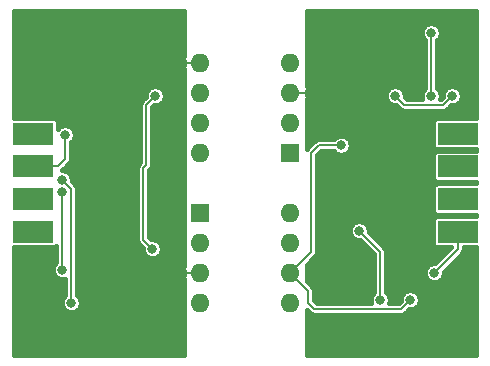
<source format=gbr>
%TF.GenerationSoftware,KiCad,Pcbnew,5.1.8*%
%TF.CreationDate,2020-11-15T10:57:14+00:00*%
%TF.ProjectId,rs232Isolator,72733233-3249-4736-9f6c-61746f722e6b,rev?*%
%TF.SameCoordinates,PX4421680PY42d7d10*%
%TF.FileFunction,Copper,L2,Bot*%
%TF.FilePolarity,Positive*%
%FSLAX46Y46*%
G04 Gerber Fmt 4.6, Leading zero omitted, Abs format (unit mm)*
G04 Created by KiCad (PCBNEW 5.1.8) date 2020-11-15 10:57:14*
%MOMM*%
%LPD*%
G01*
G04 APERTURE LIST*
%TA.AperFunction,SMDPad,CuDef*%
%ADD10R,3.480000X1.846667*%
%TD*%
%TA.AperFunction,ComponentPad*%
%ADD11O,1.600000X1.600000*%
%TD*%
%TA.AperFunction,ComponentPad*%
%ADD12R,1.600000X1.600000*%
%TD*%
%TA.AperFunction,ViaPad*%
%ADD13C,0.800000*%
%TD*%
%TA.AperFunction,Conductor*%
%ADD14C,0.200000*%
%TD*%
%TA.AperFunction,Conductor*%
%ADD15C,0.400000*%
%TD*%
%TA.AperFunction,Conductor*%
%ADD16C,0.100000*%
%TD*%
G04 APERTURE END LIST*
D10*
%TO.P,J2,9*%
%TO.N,/5V2*%
X38000000Y-19155000D03*
%TO.P,J2,8*%
%TO.N,Net-(J2-Pad8)*%
X38000000Y-16385000D03*
%TO.P,J2,7*%
%TO.N,Net-(J2-Pad7)*%
X38000000Y-13615000D03*
%TO.P,J2,6*%
%TO.N,Net-(J2-Pad6)*%
X38000000Y-10845000D03*
%TD*%
D11*
%TO.P,U3,8*%
%TO.N,/5V1*%
X16190000Y-12460000D03*
%TO.P,U3,4*%
%TO.N,N/C*%
X23810000Y-4840000D03*
%TO.P,U3,7*%
%TO.N,/5V1*%
X16190000Y-9920000D03*
%TO.P,U3,3*%
%TO.N,/Gnd2*%
X23810000Y-7380000D03*
%TO.P,U3,6*%
%TO.N,Net-(R6-Pad2)*%
X16190000Y-7380000D03*
%TO.P,U3,2*%
%TO.N,Net-(R8-Pad2)*%
X23810000Y-9920000D03*
%TO.P,U3,5*%
%TO.N,/Gnd1*%
X16190000Y-4840000D03*
D12*
%TO.P,U3,1*%
%TO.N,Net-(U3-Pad1)*%
X23810000Y-12460000D03*
%TD*%
D11*
%TO.P,U2,8*%
%TO.N,/5V2*%
X23810000Y-17540000D03*
%TO.P,U2,4*%
%TO.N,N/C*%
X16190000Y-25160000D03*
%TO.P,U2,7*%
%TO.N,/5V2*%
X23810000Y-20080000D03*
%TO.P,U2,3*%
%TO.N,/Gnd1*%
X16190000Y-22620000D03*
%TO.P,U2,6*%
%TO.N,Net-(R7-Pad2)*%
X23810000Y-22620000D03*
%TO.P,U2,2*%
%TO.N,Net-(R5-Pad2)*%
X16190000Y-20080000D03*
%TO.P,U2,5*%
%TO.N,/Gnd2*%
X23810000Y-25160000D03*
D12*
%TO.P,U2,1*%
%TO.N,Net-(U2-Pad1)*%
X16190000Y-17540000D03*
%TD*%
D10*
%TO.P,J1,9*%
%TO.N,Net-(J1-Pad9)*%
X2000000Y-19155000D03*
%TO.P,J1,8*%
%TO.N,Net-(J1-Pad8)*%
X2000000Y-16385000D03*
%TO.P,J1,7*%
%TO.N,/5V1*%
X2000000Y-13615000D03*
%TO.P,J1,6*%
%TO.N,Net-(J1-Pad6)*%
X2000000Y-10845000D03*
%TD*%
D13*
%TO.N,/Gnd1*%
X6284000Y-20588000D03*
X11110000Y-27446000D03*
X6030000Y-11444000D03*
X12126000Y-14365000D03*
X10856000Y-13095000D03*
%TO.N,/5V1*%
X4760000Y-10936000D03*
%TO.N,/Gnd2*%
X26350000Y-24906000D03*
X28890000Y-24906000D03*
X28890000Y-18175000D03*
X35494000Y-20588000D03*
X28890000Y-5094000D03*
%TO.N,/5V2*%
X36002000Y-22620000D03*
%TO.N,Net-(C8-Pad2)*%
X31430000Y-24906000D03*
X29652000Y-19064000D03*
%TO.N,Net-(J1-Pad3)*%
X4506000Y-22366000D03*
X4506000Y-15762000D03*
%TO.N,Net-(J1-Pad2)*%
X5268000Y-25160000D03*
X4506000Y-14746000D03*
%TO.N,Net-(J2-Pad2)*%
X35748000Y-2300000D03*
X35748000Y-7634000D03*
%TO.N,Net-(R6-Pad2)*%
X12126000Y-20588000D03*
X12380000Y-7634000D03*
%TO.N,Net-(R7-Pad2)*%
X28128000Y-11825000D03*
X33970000Y-24906000D03*
%TO.N,/Tx2*%
X32700000Y-7634000D03*
X37526000Y-7634000D03*
%TD*%
D14*
%TO.N,/Gnd1*%
X11110000Y-25414000D02*
X11110000Y-27446000D01*
X6284000Y-20588000D02*
X11110000Y-25414000D01*
X13904000Y-22620000D02*
X11110000Y-25414000D01*
X16190000Y-22620000D02*
X13904000Y-22620000D01*
X13650000Y-22366000D02*
X13904000Y-22620000D01*
X13650000Y-15000000D02*
X13650000Y-22366000D01*
X12126000Y-14365000D02*
X12761000Y-15000000D01*
X12761000Y-15000000D02*
X13650000Y-15000000D01*
X7681000Y-13095000D02*
X6030000Y-11444000D01*
X10856000Y-13095000D02*
X7681000Y-13095000D01*
X10856000Y-16016000D02*
X6284000Y-20588000D01*
X10856000Y-13095000D02*
X10856000Y-16016000D01*
X10856000Y-13095000D02*
X10856000Y-7380000D01*
X13396000Y-4840000D02*
X16190000Y-4840000D01*
X10856000Y-7380000D02*
X13396000Y-4840000D01*
%TO.N,/5V1*%
X4113000Y-13615000D02*
X2000000Y-13615000D01*
X4760000Y-12968000D02*
X4113000Y-13615000D01*
X4760000Y-10936000D02*
X4760000Y-12968000D01*
%TO.N,/Gnd2*%
X28890000Y-24906000D02*
X28890000Y-18175000D01*
X26350000Y-24906000D02*
X28890000Y-24906000D01*
X33081000Y-18175000D02*
X28890000Y-18175000D01*
X35494000Y-20588000D02*
X33081000Y-18175000D01*
X28890000Y-18175000D02*
X28890000Y-5094000D01*
X26604000Y-7380000D02*
X28890000Y-5094000D01*
X23810000Y-7380000D02*
X26604000Y-7380000D01*
%TO.N,/5V2*%
X38000000Y-20622000D02*
X38000000Y-19155000D01*
X36002000Y-22620000D02*
X38000000Y-20622000D01*
%TO.N,Net-(C8-Pad2)*%
X31430000Y-20842000D02*
X29652000Y-19064000D01*
X31430000Y-24906000D02*
X31430000Y-20842000D01*
%TO.N,Net-(J1-Pad3)*%
X4506000Y-15762000D02*
X4506000Y-22366000D01*
%TO.N,Net-(J1-Pad2)*%
X5268000Y-15508000D02*
X5268000Y-25160000D01*
X4506000Y-14746000D02*
X5268000Y-15508000D01*
%TO.N,Net-(J2-Pad2)*%
X35748000Y-7634000D02*
X35748000Y-2300000D01*
%TO.N,Net-(R6-Pad2)*%
X12126000Y-7888000D02*
X12380000Y-7634000D01*
X11618000Y-8396000D02*
X12380000Y-7634000D01*
X11618000Y-8396000D02*
X11618000Y-13476000D01*
X11618000Y-13476000D02*
X11364000Y-13730000D01*
X11364000Y-19826000D02*
X12126000Y-20588000D01*
X11364000Y-13730000D02*
X11364000Y-19826000D01*
%TO.N,Net-(R7-Pad2)*%
X28128000Y-11825000D02*
X26223000Y-11825000D01*
X26223000Y-11825000D02*
X25588000Y-12460000D01*
X25588000Y-20842000D02*
X23810000Y-22620000D01*
X25588000Y-12460000D02*
X25588000Y-20842000D01*
X25080000Y-23890000D02*
X23810000Y-22620000D01*
X25334000Y-24144000D02*
X25080000Y-23890000D01*
X25334000Y-25160000D02*
X25334000Y-24144000D01*
X25842000Y-25668000D02*
X25334000Y-25160000D01*
X33208000Y-25668000D02*
X25842000Y-25668000D01*
X33970000Y-24906000D02*
X33208000Y-25668000D01*
%TO.N,/Tx2*%
X36764000Y-8396000D02*
X37526000Y-7634000D01*
X33462000Y-8396000D02*
X36764000Y-8396000D01*
X32700000Y-7634000D02*
X33462000Y-8396000D01*
%TD*%
D15*
%TO.N,/Gnd1*%
X14800000Y-4255857D02*
X14798789Y-4258104D01*
X14711998Y-4540697D01*
X14709969Y-4550913D01*
X14800000Y-4691894D01*
X14800000Y-4988106D01*
X14709969Y-5129087D01*
X14711998Y-5139303D01*
X14798789Y-5421896D01*
X14800000Y-5424143D01*
X14800000Y-22035857D01*
X14798789Y-22038104D01*
X14711998Y-22320697D01*
X14709969Y-22330913D01*
X14800000Y-22471894D01*
X14800000Y-22768106D01*
X14709969Y-22909087D01*
X14711998Y-22919303D01*
X14798789Y-23201896D01*
X14800000Y-23204143D01*
X14800000Y-29575000D01*
X425000Y-29575000D01*
X425000Y-20480268D01*
X3740000Y-20480268D01*
X3818414Y-20472545D01*
X3893814Y-20449673D01*
X3963303Y-20412530D01*
X4006001Y-20377489D01*
X4006001Y-21737937D01*
X3996030Y-21744599D01*
X3884599Y-21856030D01*
X3797049Y-21987058D01*
X3736743Y-22132649D01*
X3706000Y-22287207D01*
X3706000Y-22444793D01*
X3736743Y-22599351D01*
X3797049Y-22744942D01*
X3884599Y-22875970D01*
X3996030Y-22987401D01*
X4127058Y-23074951D01*
X4272649Y-23135257D01*
X4427207Y-23166000D01*
X4584793Y-23166000D01*
X4739351Y-23135257D01*
X4768001Y-23123390D01*
X4768001Y-24531937D01*
X4758030Y-24538599D01*
X4646599Y-24650030D01*
X4559049Y-24781058D01*
X4498743Y-24926649D01*
X4468000Y-25081207D01*
X4468000Y-25238793D01*
X4498743Y-25393351D01*
X4559049Y-25538942D01*
X4646599Y-25669970D01*
X4758030Y-25781401D01*
X4889058Y-25868951D01*
X5034649Y-25929257D01*
X5189207Y-25960000D01*
X5346793Y-25960000D01*
X5501351Y-25929257D01*
X5646942Y-25868951D01*
X5777970Y-25781401D01*
X5889401Y-25669970D01*
X5976951Y-25538942D01*
X6037257Y-25393351D01*
X6068000Y-25238793D01*
X6068000Y-25081207D01*
X6037257Y-24926649D01*
X5976951Y-24781058D01*
X5889401Y-24650030D01*
X5777970Y-24538599D01*
X5768000Y-24531937D01*
X5768000Y-15532560D01*
X5770419Y-15508000D01*
X5760765Y-15409983D01*
X5759780Y-15406736D01*
X5732175Y-15315733D01*
X5685746Y-15228871D01*
X5623264Y-15152736D01*
X5604187Y-15137080D01*
X5303661Y-14836554D01*
X5306000Y-14824793D01*
X5306000Y-14667207D01*
X5275257Y-14512649D01*
X5214951Y-14367058D01*
X5127401Y-14236030D01*
X5015970Y-14124599D01*
X4884942Y-14037049D01*
X4739351Y-13976743D01*
X4584793Y-13946000D01*
X4489105Y-13946000D01*
X4705105Y-13730000D01*
X10861581Y-13730000D01*
X10864000Y-13754560D01*
X10864001Y-19801430D01*
X10861581Y-19826000D01*
X10871235Y-19924017D01*
X10899826Y-20018267D01*
X10946255Y-20105129D01*
X11008737Y-20181264D01*
X11027819Y-20196924D01*
X11328340Y-20497445D01*
X11326000Y-20509207D01*
X11326000Y-20666793D01*
X11356743Y-20821351D01*
X11417049Y-20966942D01*
X11504599Y-21097970D01*
X11616030Y-21209401D01*
X11747058Y-21296951D01*
X11892649Y-21357257D01*
X12047207Y-21388000D01*
X12204793Y-21388000D01*
X12359351Y-21357257D01*
X12504942Y-21296951D01*
X12635970Y-21209401D01*
X12747401Y-21097970D01*
X12834951Y-20966942D01*
X12895257Y-20821351D01*
X12926000Y-20666793D01*
X12926000Y-20509207D01*
X12895257Y-20354649D01*
X12834951Y-20209058D01*
X12747401Y-20078030D01*
X12635970Y-19966599D01*
X12504942Y-19879049D01*
X12359351Y-19818743D01*
X12204793Y-19788000D01*
X12047207Y-19788000D01*
X12035445Y-19790340D01*
X11864000Y-19618895D01*
X11864000Y-13937106D01*
X11954181Y-13846925D01*
X11973264Y-13831264D01*
X12035746Y-13755129D01*
X12082175Y-13668267D01*
X12110765Y-13574017D01*
X12118000Y-13500560D01*
X12118000Y-13500551D01*
X12120418Y-13476001D01*
X12118000Y-13451451D01*
X12118000Y-8603105D01*
X12289445Y-8431660D01*
X12301207Y-8434000D01*
X12458793Y-8434000D01*
X12613351Y-8403257D01*
X12758942Y-8342951D01*
X12889970Y-8255401D01*
X13001401Y-8143970D01*
X13088951Y-8012942D01*
X13149257Y-7867351D01*
X13180000Y-7712793D01*
X13180000Y-7555207D01*
X13149257Y-7400649D01*
X13088951Y-7255058D01*
X13001401Y-7124030D01*
X12889970Y-7012599D01*
X12758942Y-6925049D01*
X12613351Y-6864743D01*
X12458793Y-6834000D01*
X12301207Y-6834000D01*
X12146649Y-6864743D01*
X12001058Y-6925049D01*
X11870030Y-7012599D01*
X11758599Y-7124030D01*
X11671049Y-7255058D01*
X11610743Y-7400649D01*
X11580000Y-7555207D01*
X11580000Y-7712793D01*
X11582340Y-7724555D01*
X11281824Y-8025071D01*
X11262736Y-8040736D01*
X11200254Y-8116871D01*
X11153825Y-8203734D01*
X11141834Y-8243263D01*
X11125235Y-8297983D01*
X11115581Y-8396000D01*
X11118000Y-8420560D01*
X11118001Y-13268894D01*
X11027823Y-13359071D01*
X11008736Y-13374736D01*
X10946254Y-13450871D01*
X10899825Y-13537734D01*
X10888819Y-13574017D01*
X10871235Y-13631983D01*
X10861581Y-13730000D01*
X4705105Y-13730000D01*
X5096181Y-13338925D01*
X5115264Y-13323264D01*
X5177746Y-13247129D01*
X5224175Y-13160267D01*
X5252765Y-13066017D01*
X5260000Y-12992560D01*
X5260000Y-12992559D01*
X5262419Y-12968001D01*
X5260000Y-12943443D01*
X5260000Y-11564063D01*
X5269970Y-11557401D01*
X5381401Y-11445970D01*
X5468951Y-11314942D01*
X5529257Y-11169351D01*
X5560000Y-11014793D01*
X5560000Y-10857207D01*
X5529257Y-10702649D01*
X5468951Y-10557058D01*
X5381401Y-10426030D01*
X5269970Y-10314599D01*
X5138942Y-10227049D01*
X4993351Y-10166743D01*
X4838793Y-10136000D01*
X4681207Y-10136000D01*
X4526649Y-10166743D01*
X4381058Y-10227049D01*
X4250030Y-10314599D01*
X4141935Y-10422694D01*
X4141935Y-9921667D01*
X4134212Y-9843253D01*
X4111340Y-9767853D01*
X4074197Y-9698364D01*
X4024211Y-9637456D01*
X3963303Y-9587470D01*
X3893814Y-9550327D01*
X3818414Y-9527455D01*
X3740000Y-9519732D01*
X425000Y-9519732D01*
X425000Y-425000D01*
X14800000Y-425000D01*
X14800000Y-4255857D01*
%TA.AperFunction,Conductor*%
D16*
G36*
X14800000Y-4255857D02*
G01*
X14798789Y-4258104D01*
X14711998Y-4540697D01*
X14709969Y-4550913D01*
X14800000Y-4691894D01*
X14800000Y-4988106D01*
X14709969Y-5129087D01*
X14711998Y-5139303D01*
X14798789Y-5421896D01*
X14800000Y-5424143D01*
X14800000Y-22035857D01*
X14798789Y-22038104D01*
X14711998Y-22320697D01*
X14709969Y-22330913D01*
X14800000Y-22471894D01*
X14800000Y-22768106D01*
X14709969Y-22909087D01*
X14711998Y-22919303D01*
X14798789Y-23201896D01*
X14800000Y-23204143D01*
X14800000Y-29575000D01*
X425000Y-29575000D01*
X425000Y-20480268D01*
X3740000Y-20480268D01*
X3818414Y-20472545D01*
X3893814Y-20449673D01*
X3963303Y-20412530D01*
X4006001Y-20377489D01*
X4006001Y-21737937D01*
X3996030Y-21744599D01*
X3884599Y-21856030D01*
X3797049Y-21987058D01*
X3736743Y-22132649D01*
X3706000Y-22287207D01*
X3706000Y-22444793D01*
X3736743Y-22599351D01*
X3797049Y-22744942D01*
X3884599Y-22875970D01*
X3996030Y-22987401D01*
X4127058Y-23074951D01*
X4272649Y-23135257D01*
X4427207Y-23166000D01*
X4584793Y-23166000D01*
X4739351Y-23135257D01*
X4768001Y-23123390D01*
X4768001Y-24531937D01*
X4758030Y-24538599D01*
X4646599Y-24650030D01*
X4559049Y-24781058D01*
X4498743Y-24926649D01*
X4468000Y-25081207D01*
X4468000Y-25238793D01*
X4498743Y-25393351D01*
X4559049Y-25538942D01*
X4646599Y-25669970D01*
X4758030Y-25781401D01*
X4889058Y-25868951D01*
X5034649Y-25929257D01*
X5189207Y-25960000D01*
X5346793Y-25960000D01*
X5501351Y-25929257D01*
X5646942Y-25868951D01*
X5777970Y-25781401D01*
X5889401Y-25669970D01*
X5976951Y-25538942D01*
X6037257Y-25393351D01*
X6068000Y-25238793D01*
X6068000Y-25081207D01*
X6037257Y-24926649D01*
X5976951Y-24781058D01*
X5889401Y-24650030D01*
X5777970Y-24538599D01*
X5768000Y-24531937D01*
X5768000Y-15532560D01*
X5770419Y-15508000D01*
X5760765Y-15409983D01*
X5759780Y-15406736D01*
X5732175Y-15315733D01*
X5685746Y-15228871D01*
X5623264Y-15152736D01*
X5604187Y-15137080D01*
X5303661Y-14836554D01*
X5306000Y-14824793D01*
X5306000Y-14667207D01*
X5275257Y-14512649D01*
X5214951Y-14367058D01*
X5127401Y-14236030D01*
X5015970Y-14124599D01*
X4884942Y-14037049D01*
X4739351Y-13976743D01*
X4584793Y-13946000D01*
X4489105Y-13946000D01*
X4705105Y-13730000D01*
X10861581Y-13730000D01*
X10864000Y-13754560D01*
X10864001Y-19801430D01*
X10861581Y-19826000D01*
X10871235Y-19924017D01*
X10899826Y-20018267D01*
X10946255Y-20105129D01*
X11008737Y-20181264D01*
X11027819Y-20196924D01*
X11328340Y-20497445D01*
X11326000Y-20509207D01*
X11326000Y-20666793D01*
X11356743Y-20821351D01*
X11417049Y-20966942D01*
X11504599Y-21097970D01*
X11616030Y-21209401D01*
X11747058Y-21296951D01*
X11892649Y-21357257D01*
X12047207Y-21388000D01*
X12204793Y-21388000D01*
X12359351Y-21357257D01*
X12504942Y-21296951D01*
X12635970Y-21209401D01*
X12747401Y-21097970D01*
X12834951Y-20966942D01*
X12895257Y-20821351D01*
X12926000Y-20666793D01*
X12926000Y-20509207D01*
X12895257Y-20354649D01*
X12834951Y-20209058D01*
X12747401Y-20078030D01*
X12635970Y-19966599D01*
X12504942Y-19879049D01*
X12359351Y-19818743D01*
X12204793Y-19788000D01*
X12047207Y-19788000D01*
X12035445Y-19790340D01*
X11864000Y-19618895D01*
X11864000Y-13937106D01*
X11954181Y-13846925D01*
X11973264Y-13831264D01*
X12035746Y-13755129D01*
X12082175Y-13668267D01*
X12110765Y-13574017D01*
X12118000Y-13500560D01*
X12118000Y-13500551D01*
X12120418Y-13476001D01*
X12118000Y-13451451D01*
X12118000Y-8603105D01*
X12289445Y-8431660D01*
X12301207Y-8434000D01*
X12458793Y-8434000D01*
X12613351Y-8403257D01*
X12758942Y-8342951D01*
X12889970Y-8255401D01*
X13001401Y-8143970D01*
X13088951Y-8012942D01*
X13149257Y-7867351D01*
X13180000Y-7712793D01*
X13180000Y-7555207D01*
X13149257Y-7400649D01*
X13088951Y-7255058D01*
X13001401Y-7124030D01*
X12889970Y-7012599D01*
X12758942Y-6925049D01*
X12613351Y-6864743D01*
X12458793Y-6834000D01*
X12301207Y-6834000D01*
X12146649Y-6864743D01*
X12001058Y-6925049D01*
X11870030Y-7012599D01*
X11758599Y-7124030D01*
X11671049Y-7255058D01*
X11610743Y-7400649D01*
X11580000Y-7555207D01*
X11580000Y-7712793D01*
X11582340Y-7724555D01*
X11281824Y-8025071D01*
X11262736Y-8040736D01*
X11200254Y-8116871D01*
X11153825Y-8203734D01*
X11141834Y-8243263D01*
X11125235Y-8297983D01*
X11115581Y-8396000D01*
X11118000Y-8420560D01*
X11118001Y-13268894D01*
X11027823Y-13359071D01*
X11008736Y-13374736D01*
X10946254Y-13450871D01*
X10899825Y-13537734D01*
X10888819Y-13574017D01*
X10871235Y-13631983D01*
X10861581Y-13730000D01*
X4705105Y-13730000D01*
X5096181Y-13338925D01*
X5115264Y-13323264D01*
X5177746Y-13247129D01*
X5224175Y-13160267D01*
X5252765Y-13066017D01*
X5260000Y-12992560D01*
X5260000Y-12992559D01*
X5262419Y-12968001D01*
X5260000Y-12943443D01*
X5260000Y-11564063D01*
X5269970Y-11557401D01*
X5381401Y-11445970D01*
X5468951Y-11314942D01*
X5529257Y-11169351D01*
X5560000Y-11014793D01*
X5560000Y-10857207D01*
X5529257Y-10702649D01*
X5468951Y-10557058D01*
X5381401Y-10426030D01*
X5269970Y-10314599D01*
X5138942Y-10227049D01*
X4993351Y-10166743D01*
X4838793Y-10136000D01*
X4681207Y-10136000D01*
X4526649Y-10166743D01*
X4381058Y-10227049D01*
X4250030Y-10314599D01*
X4141935Y-10422694D01*
X4141935Y-9921667D01*
X4134212Y-9843253D01*
X4111340Y-9767853D01*
X4074197Y-9698364D01*
X4024211Y-9637456D01*
X3963303Y-9587470D01*
X3893814Y-9550327D01*
X3818414Y-9527455D01*
X3740000Y-9519732D01*
X425000Y-9519732D01*
X425000Y-425000D01*
X14800000Y-425000D01*
X14800000Y-4255857D01*
G37*
%TD.AperFunction*%
%TD*%
D15*
%TO.N,/Gnd2*%
X39575000Y-9519732D02*
X36260000Y-9519732D01*
X36181586Y-9527455D01*
X36106186Y-9550327D01*
X36036697Y-9587470D01*
X35975789Y-9637456D01*
X35925803Y-9698364D01*
X35888660Y-9767853D01*
X35865788Y-9843253D01*
X35858065Y-9921667D01*
X35858065Y-11768333D01*
X35865788Y-11846747D01*
X35888660Y-11922147D01*
X35925803Y-11991636D01*
X35975789Y-12052544D01*
X36036697Y-12102530D01*
X36106186Y-12139673D01*
X36181586Y-12162545D01*
X36260000Y-12170268D01*
X39575000Y-12170268D01*
X39575000Y-12289732D01*
X36260000Y-12289732D01*
X36181586Y-12297455D01*
X36106186Y-12320327D01*
X36036697Y-12357470D01*
X35975789Y-12407456D01*
X35925803Y-12468364D01*
X35888660Y-12537853D01*
X35865788Y-12613253D01*
X35858065Y-12691667D01*
X35858065Y-14538333D01*
X35865788Y-14616747D01*
X35888660Y-14692147D01*
X35925803Y-14761636D01*
X35975789Y-14822544D01*
X36036697Y-14872530D01*
X36106186Y-14909673D01*
X36181586Y-14932545D01*
X36260000Y-14940268D01*
X39575000Y-14940268D01*
X39575001Y-15059732D01*
X36260000Y-15059732D01*
X36181586Y-15067455D01*
X36106186Y-15090327D01*
X36036697Y-15127470D01*
X35975789Y-15177456D01*
X35925803Y-15238364D01*
X35888660Y-15307853D01*
X35865788Y-15383253D01*
X35858065Y-15461667D01*
X35858065Y-17308333D01*
X35865788Y-17386747D01*
X35888660Y-17462147D01*
X35925803Y-17531636D01*
X35975789Y-17592544D01*
X36036697Y-17642530D01*
X36106186Y-17679673D01*
X36181586Y-17702545D01*
X36260000Y-17710268D01*
X39575001Y-17710268D01*
X39575001Y-17829732D01*
X36260000Y-17829732D01*
X36181586Y-17837455D01*
X36106186Y-17860327D01*
X36036697Y-17897470D01*
X35975789Y-17947456D01*
X35925803Y-18008364D01*
X35888660Y-18077853D01*
X35865788Y-18153253D01*
X35858065Y-18231667D01*
X35858065Y-20078333D01*
X35865788Y-20156747D01*
X35888660Y-20232147D01*
X35925803Y-20301636D01*
X35975789Y-20362544D01*
X36036697Y-20412530D01*
X36106186Y-20449673D01*
X36181586Y-20472545D01*
X36260000Y-20480268D01*
X37434625Y-20480268D01*
X36092555Y-21822340D01*
X36080793Y-21820000D01*
X35923207Y-21820000D01*
X35768649Y-21850743D01*
X35623058Y-21911049D01*
X35492030Y-21998599D01*
X35380599Y-22110030D01*
X35293049Y-22241058D01*
X35232743Y-22386649D01*
X35202000Y-22541207D01*
X35202000Y-22698793D01*
X35232743Y-22853351D01*
X35293049Y-22998942D01*
X35380599Y-23129970D01*
X35492030Y-23241401D01*
X35623058Y-23328951D01*
X35768649Y-23389257D01*
X35923207Y-23420000D01*
X36080793Y-23420000D01*
X36235351Y-23389257D01*
X36380942Y-23328951D01*
X36511970Y-23241401D01*
X36623401Y-23129970D01*
X36710951Y-22998942D01*
X36771257Y-22853351D01*
X36802000Y-22698793D01*
X36802000Y-22541207D01*
X36799660Y-22529445D01*
X38336187Y-20992920D01*
X38355264Y-20977264D01*
X38417746Y-20901129D01*
X38464175Y-20814267D01*
X38492765Y-20720017D01*
X38499688Y-20649732D01*
X38502419Y-20622000D01*
X38500000Y-20597440D01*
X38500000Y-20480268D01*
X39575001Y-20480268D01*
X39575001Y-29575000D01*
X25200000Y-29575000D01*
X25200000Y-25744143D01*
X25201211Y-25741896D01*
X25202992Y-25736098D01*
X25471079Y-26004186D01*
X25486736Y-26023264D01*
X25562871Y-26085746D01*
X25649733Y-26132175D01*
X25743983Y-26160765D01*
X25817440Y-26168000D01*
X25817449Y-26168000D01*
X25841999Y-26170418D01*
X25866549Y-26168000D01*
X33183440Y-26168000D01*
X33208000Y-26170419D01*
X33232560Y-26168000D01*
X33306017Y-26160765D01*
X33400267Y-26132175D01*
X33487129Y-26085746D01*
X33563264Y-26023264D01*
X33578929Y-26004176D01*
X33879445Y-25703660D01*
X33891207Y-25706000D01*
X34048793Y-25706000D01*
X34203351Y-25675257D01*
X34348942Y-25614951D01*
X34479970Y-25527401D01*
X34591401Y-25415970D01*
X34678951Y-25284942D01*
X34739257Y-25139351D01*
X34770000Y-24984793D01*
X34770000Y-24827207D01*
X34739257Y-24672649D01*
X34678951Y-24527058D01*
X34591401Y-24396030D01*
X34479970Y-24284599D01*
X34348942Y-24197049D01*
X34203351Y-24136743D01*
X34048793Y-24106000D01*
X33891207Y-24106000D01*
X33736649Y-24136743D01*
X33591058Y-24197049D01*
X33460030Y-24284599D01*
X33348599Y-24396030D01*
X33261049Y-24527058D01*
X33200743Y-24672649D01*
X33170000Y-24827207D01*
X33170000Y-24984793D01*
X33172340Y-24996555D01*
X33000895Y-25168000D01*
X32187390Y-25168000D01*
X32199257Y-25139351D01*
X32230000Y-24984793D01*
X32230000Y-24827207D01*
X32199257Y-24672649D01*
X32138951Y-24527058D01*
X32051401Y-24396030D01*
X31939970Y-24284599D01*
X31930000Y-24277937D01*
X31930000Y-20866560D01*
X31932419Y-20842000D01*
X31922765Y-20743983D01*
X31915495Y-20720016D01*
X31894175Y-20649733D01*
X31847746Y-20562871D01*
X31785264Y-20486736D01*
X31766187Y-20471080D01*
X30449660Y-19154555D01*
X30452000Y-19142793D01*
X30452000Y-18985207D01*
X30421257Y-18830649D01*
X30360951Y-18685058D01*
X30273401Y-18554030D01*
X30161970Y-18442599D01*
X30030942Y-18355049D01*
X29885351Y-18294743D01*
X29730793Y-18264000D01*
X29573207Y-18264000D01*
X29418649Y-18294743D01*
X29273058Y-18355049D01*
X29142030Y-18442599D01*
X29030599Y-18554030D01*
X28943049Y-18685058D01*
X28882743Y-18830649D01*
X28852000Y-18985207D01*
X28852000Y-19142793D01*
X28882743Y-19297351D01*
X28943049Y-19442942D01*
X29030599Y-19573970D01*
X29142030Y-19685401D01*
X29273058Y-19772951D01*
X29418649Y-19833257D01*
X29573207Y-19864000D01*
X29730793Y-19864000D01*
X29742555Y-19861660D01*
X30930001Y-21049108D01*
X30930000Y-24277937D01*
X30920030Y-24284599D01*
X30808599Y-24396030D01*
X30721049Y-24527058D01*
X30660743Y-24672649D01*
X30630000Y-24827207D01*
X30630000Y-24984793D01*
X30660743Y-25139351D01*
X30672610Y-25168000D01*
X26049106Y-25168000D01*
X25834000Y-24952894D01*
X25834000Y-24168549D01*
X25836418Y-24143999D01*
X25834000Y-24119449D01*
X25834000Y-24119440D01*
X25826765Y-24045983D01*
X25798175Y-23951733D01*
X25751746Y-23864871D01*
X25689264Y-23788736D01*
X25670181Y-23773075D01*
X25450928Y-23553822D01*
X25450919Y-23553812D01*
X25200000Y-23302893D01*
X25200000Y-21937106D01*
X25924187Y-21212920D01*
X25943264Y-21197264D01*
X26005746Y-21121129D01*
X26052175Y-21034267D01*
X26080765Y-20940017D01*
X26088000Y-20866560D01*
X26090419Y-20842000D01*
X26088000Y-20817440D01*
X26088000Y-12667105D01*
X26430107Y-12325000D01*
X27499937Y-12325000D01*
X27506599Y-12334970D01*
X27618030Y-12446401D01*
X27749058Y-12533951D01*
X27894649Y-12594257D01*
X28049207Y-12625000D01*
X28206793Y-12625000D01*
X28361351Y-12594257D01*
X28506942Y-12533951D01*
X28637970Y-12446401D01*
X28749401Y-12334970D01*
X28836951Y-12203942D01*
X28897257Y-12058351D01*
X28928000Y-11903793D01*
X28928000Y-11746207D01*
X28897257Y-11591649D01*
X28836951Y-11446058D01*
X28749401Y-11315030D01*
X28637970Y-11203599D01*
X28506942Y-11116049D01*
X28361351Y-11055743D01*
X28206793Y-11025000D01*
X28049207Y-11025000D01*
X27894649Y-11055743D01*
X27749058Y-11116049D01*
X27618030Y-11203599D01*
X27506599Y-11315030D01*
X27499937Y-11325000D01*
X26247560Y-11325000D01*
X26223000Y-11322581D01*
X26198440Y-11325000D01*
X26124983Y-11332235D01*
X26030733Y-11360825D01*
X25943871Y-11407254D01*
X25867736Y-11469736D01*
X25852080Y-11488814D01*
X25251824Y-12089071D01*
X25232736Y-12104736D01*
X25200000Y-12144625D01*
X25200000Y-7964143D01*
X25201211Y-7961896D01*
X25288002Y-7679303D01*
X25290031Y-7669087D01*
X25217307Y-7555207D01*
X31900000Y-7555207D01*
X31900000Y-7712793D01*
X31930743Y-7867351D01*
X31991049Y-8012942D01*
X32078599Y-8143970D01*
X32190030Y-8255401D01*
X32321058Y-8342951D01*
X32466649Y-8403257D01*
X32621207Y-8434000D01*
X32778793Y-8434000D01*
X32790554Y-8431661D01*
X33091080Y-8732187D01*
X33106736Y-8751264D01*
X33182871Y-8813746D01*
X33269733Y-8860175D01*
X33363983Y-8888765D01*
X33462000Y-8898419D01*
X33486560Y-8896000D01*
X36739440Y-8896000D01*
X36764000Y-8898419D01*
X36788560Y-8896000D01*
X36862017Y-8888765D01*
X36956267Y-8860175D01*
X37043129Y-8813746D01*
X37119264Y-8751264D01*
X37134929Y-8732176D01*
X37435445Y-8431660D01*
X37447207Y-8434000D01*
X37604793Y-8434000D01*
X37759351Y-8403257D01*
X37904942Y-8342951D01*
X38035970Y-8255401D01*
X38147401Y-8143970D01*
X38234951Y-8012942D01*
X38295257Y-7867351D01*
X38326000Y-7712793D01*
X38326000Y-7555207D01*
X38295257Y-7400649D01*
X38234951Y-7255058D01*
X38147401Y-7124030D01*
X38035970Y-7012599D01*
X37904942Y-6925049D01*
X37759351Y-6864743D01*
X37604793Y-6834000D01*
X37447207Y-6834000D01*
X37292649Y-6864743D01*
X37147058Y-6925049D01*
X37016030Y-7012599D01*
X36904599Y-7124030D01*
X36817049Y-7255058D01*
X36756743Y-7400649D01*
X36726000Y-7555207D01*
X36726000Y-7712793D01*
X36728340Y-7724555D01*
X36556895Y-7896000D01*
X36505390Y-7896000D01*
X36517257Y-7867351D01*
X36548000Y-7712793D01*
X36548000Y-7555207D01*
X36517257Y-7400649D01*
X36456951Y-7255058D01*
X36369401Y-7124030D01*
X36257970Y-7012599D01*
X36248000Y-7005937D01*
X36248000Y-2928063D01*
X36257970Y-2921401D01*
X36369401Y-2809970D01*
X36456951Y-2678942D01*
X36517257Y-2533351D01*
X36548000Y-2378793D01*
X36548000Y-2221207D01*
X36517257Y-2066649D01*
X36456951Y-1921058D01*
X36369401Y-1790030D01*
X36257970Y-1678599D01*
X36126942Y-1591049D01*
X35981351Y-1530743D01*
X35826793Y-1500000D01*
X35669207Y-1500000D01*
X35514649Y-1530743D01*
X35369058Y-1591049D01*
X35238030Y-1678599D01*
X35126599Y-1790030D01*
X35039049Y-1921058D01*
X34978743Y-2066649D01*
X34948000Y-2221207D01*
X34948000Y-2378793D01*
X34978743Y-2533351D01*
X35039049Y-2678942D01*
X35126599Y-2809970D01*
X35238030Y-2921401D01*
X35248001Y-2928063D01*
X35248000Y-7005937D01*
X35238030Y-7012599D01*
X35126599Y-7124030D01*
X35039049Y-7255058D01*
X34978743Y-7400649D01*
X34948000Y-7555207D01*
X34948000Y-7712793D01*
X34978743Y-7867351D01*
X34990610Y-7896000D01*
X33669107Y-7896000D01*
X33497661Y-7724554D01*
X33500000Y-7712793D01*
X33500000Y-7555207D01*
X33469257Y-7400649D01*
X33408951Y-7255058D01*
X33321401Y-7124030D01*
X33209970Y-7012599D01*
X33078942Y-6925049D01*
X32933351Y-6864743D01*
X32778793Y-6834000D01*
X32621207Y-6834000D01*
X32466649Y-6864743D01*
X32321058Y-6925049D01*
X32190030Y-7012599D01*
X32078599Y-7124030D01*
X31991049Y-7255058D01*
X31930743Y-7400649D01*
X31900000Y-7555207D01*
X25217307Y-7555207D01*
X25200000Y-7528106D01*
X25200000Y-7231894D01*
X25290031Y-7090913D01*
X25288002Y-7080697D01*
X25201211Y-6798104D01*
X25200000Y-6795857D01*
X25200000Y-425000D01*
X39575000Y-425000D01*
X39575000Y-9519732D01*
%TA.AperFunction,Conductor*%
D16*
G36*
X39575000Y-9519732D02*
G01*
X36260000Y-9519732D01*
X36181586Y-9527455D01*
X36106186Y-9550327D01*
X36036697Y-9587470D01*
X35975789Y-9637456D01*
X35925803Y-9698364D01*
X35888660Y-9767853D01*
X35865788Y-9843253D01*
X35858065Y-9921667D01*
X35858065Y-11768333D01*
X35865788Y-11846747D01*
X35888660Y-11922147D01*
X35925803Y-11991636D01*
X35975789Y-12052544D01*
X36036697Y-12102530D01*
X36106186Y-12139673D01*
X36181586Y-12162545D01*
X36260000Y-12170268D01*
X39575000Y-12170268D01*
X39575000Y-12289732D01*
X36260000Y-12289732D01*
X36181586Y-12297455D01*
X36106186Y-12320327D01*
X36036697Y-12357470D01*
X35975789Y-12407456D01*
X35925803Y-12468364D01*
X35888660Y-12537853D01*
X35865788Y-12613253D01*
X35858065Y-12691667D01*
X35858065Y-14538333D01*
X35865788Y-14616747D01*
X35888660Y-14692147D01*
X35925803Y-14761636D01*
X35975789Y-14822544D01*
X36036697Y-14872530D01*
X36106186Y-14909673D01*
X36181586Y-14932545D01*
X36260000Y-14940268D01*
X39575000Y-14940268D01*
X39575001Y-15059732D01*
X36260000Y-15059732D01*
X36181586Y-15067455D01*
X36106186Y-15090327D01*
X36036697Y-15127470D01*
X35975789Y-15177456D01*
X35925803Y-15238364D01*
X35888660Y-15307853D01*
X35865788Y-15383253D01*
X35858065Y-15461667D01*
X35858065Y-17308333D01*
X35865788Y-17386747D01*
X35888660Y-17462147D01*
X35925803Y-17531636D01*
X35975789Y-17592544D01*
X36036697Y-17642530D01*
X36106186Y-17679673D01*
X36181586Y-17702545D01*
X36260000Y-17710268D01*
X39575001Y-17710268D01*
X39575001Y-17829732D01*
X36260000Y-17829732D01*
X36181586Y-17837455D01*
X36106186Y-17860327D01*
X36036697Y-17897470D01*
X35975789Y-17947456D01*
X35925803Y-18008364D01*
X35888660Y-18077853D01*
X35865788Y-18153253D01*
X35858065Y-18231667D01*
X35858065Y-20078333D01*
X35865788Y-20156747D01*
X35888660Y-20232147D01*
X35925803Y-20301636D01*
X35975789Y-20362544D01*
X36036697Y-20412530D01*
X36106186Y-20449673D01*
X36181586Y-20472545D01*
X36260000Y-20480268D01*
X37434625Y-20480268D01*
X36092555Y-21822340D01*
X36080793Y-21820000D01*
X35923207Y-21820000D01*
X35768649Y-21850743D01*
X35623058Y-21911049D01*
X35492030Y-21998599D01*
X35380599Y-22110030D01*
X35293049Y-22241058D01*
X35232743Y-22386649D01*
X35202000Y-22541207D01*
X35202000Y-22698793D01*
X35232743Y-22853351D01*
X35293049Y-22998942D01*
X35380599Y-23129970D01*
X35492030Y-23241401D01*
X35623058Y-23328951D01*
X35768649Y-23389257D01*
X35923207Y-23420000D01*
X36080793Y-23420000D01*
X36235351Y-23389257D01*
X36380942Y-23328951D01*
X36511970Y-23241401D01*
X36623401Y-23129970D01*
X36710951Y-22998942D01*
X36771257Y-22853351D01*
X36802000Y-22698793D01*
X36802000Y-22541207D01*
X36799660Y-22529445D01*
X38336187Y-20992920D01*
X38355264Y-20977264D01*
X38417746Y-20901129D01*
X38464175Y-20814267D01*
X38492765Y-20720017D01*
X38499688Y-20649732D01*
X38502419Y-20622000D01*
X38500000Y-20597440D01*
X38500000Y-20480268D01*
X39575001Y-20480268D01*
X39575001Y-29575000D01*
X25200000Y-29575000D01*
X25200000Y-25744143D01*
X25201211Y-25741896D01*
X25202992Y-25736098D01*
X25471079Y-26004186D01*
X25486736Y-26023264D01*
X25562871Y-26085746D01*
X25649733Y-26132175D01*
X25743983Y-26160765D01*
X25817440Y-26168000D01*
X25817449Y-26168000D01*
X25841999Y-26170418D01*
X25866549Y-26168000D01*
X33183440Y-26168000D01*
X33208000Y-26170419D01*
X33232560Y-26168000D01*
X33306017Y-26160765D01*
X33400267Y-26132175D01*
X33487129Y-26085746D01*
X33563264Y-26023264D01*
X33578929Y-26004176D01*
X33879445Y-25703660D01*
X33891207Y-25706000D01*
X34048793Y-25706000D01*
X34203351Y-25675257D01*
X34348942Y-25614951D01*
X34479970Y-25527401D01*
X34591401Y-25415970D01*
X34678951Y-25284942D01*
X34739257Y-25139351D01*
X34770000Y-24984793D01*
X34770000Y-24827207D01*
X34739257Y-24672649D01*
X34678951Y-24527058D01*
X34591401Y-24396030D01*
X34479970Y-24284599D01*
X34348942Y-24197049D01*
X34203351Y-24136743D01*
X34048793Y-24106000D01*
X33891207Y-24106000D01*
X33736649Y-24136743D01*
X33591058Y-24197049D01*
X33460030Y-24284599D01*
X33348599Y-24396030D01*
X33261049Y-24527058D01*
X33200743Y-24672649D01*
X33170000Y-24827207D01*
X33170000Y-24984793D01*
X33172340Y-24996555D01*
X33000895Y-25168000D01*
X32187390Y-25168000D01*
X32199257Y-25139351D01*
X32230000Y-24984793D01*
X32230000Y-24827207D01*
X32199257Y-24672649D01*
X32138951Y-24527058D01*
X32051401Y-24396030D01*
X31939970Y-24284599D01*
X31930000Y-24277937D01*
X31930000Y-20866560D01*
X31932419Y-20842000D01*
X31922765Y-20743983D01*
X31915495Y-20720016D01*
X31894175Y-20649733D01*
X31847746Y-20562871D01*
X31785264Y-20486736D01*
X31766187Y-20471080D01*
X30449660Y-19154555D01*
X30452000Y-19142793D01*
X30452000Y-18985207D01*
X30421257Y-18830649D01*
X30360951Y-18685058D01*
X30273401Y-18554030D01*
X30161970Y-18442599D01*
X30030942Y-18355049D01*
X29885351Y-18294743D01*
X29730793Y-18264000D01*
X29573207Y-18264000D01*
X29418649Y-18294743D01*
X29273058Y-18355049D01*
X29142030Y-18442599D01*
X29030599Y-18554030D01*
X28943049Y-18685058D01*
X28882743Y-18830649D01*
X28852000Y-18985207D01*
X28852000Y-19142793D01*
X28882743Y-19297351D01*
X28943049Y-19442942D01*
X29030599Y-19573970D01*
X29142030Y-19685401D01*
X29273058Y-19772951D01*
X29418649Y-19833257D01*
X29573207Y-19864000D01*
X29730793Y-19864000D01*
X29742555Y-19861660D01*
X30930001Y-21049108D01*
X30930000Y-24277937D01*
X30920030Y-24284599D01*
X30808599Y-24396030D01*
X30721049Y-24527058D01*
X30660743Y-24672649D01*
X30630000Y-24827207D01*
X30630000Y-24984793D01*
X30660743Y-25139351D01*
X30672610Y-25168000D01*
X26049106Y-25168000D01*
X25834000Y-24952894D01*
X25834000Y-24168549D01*
X25836418Y-24143999D01*
X25834000Y-24119449D01*
X25834000Y-24119440D01*
X25826765Y-24045983D01*
X25798175Y-23951733D01*
X25751746Y-23864871D01*
X25689264Y-23788736D01*
X25670181Y-23773075D01*
X25450928Y-23553822D01*
X25450919Y-23553812D01*
X25200000Y-23302893D01*
X25200000Y-21937106D01*
X25924187Y-21212920D01*
X25943264Y-21197264D01*
X26005746Y-21121129D01*
X26052175Y-21034267D01*
X26080765Y-20940017D01*
X26088000Y-20866560D01*
X26090419Y-20842000D01*
X26088000Y-20817440D01*
X26088000Y-12667105D01*
X26430107Y-12325000D01*
X27499937Y-12325000D01*
X27506599Y-12334970D01*
X27618030Y-12446401D01*
X27749058Y-12533951D01*
X27894649Y-12594257D01*
X28049207Y-12625000D01*
X28206793Y-12625000D01*
X28361351Y-12594257D01*
X28506942Y-12533951D01*
X28637970Y-12446401D01*
X28749401Y-12334970D01*
X28836951Y-12203942D01*
X28897257Y-12058351D01*
X28928000Y-11903793D01*
X28928000Y-11746207D01*
X28897257Y-11591649D01*
X28836951Y-11446058D01*
X28749401Y-11315030D01*
X28637970Y-11203599D01*
X28506942Y-11116049D01*
X28361351Y-11055743D01*
X28206793Y-11025000D01*
X28049207Y-11025000D01*
X27894649Y-11055743D01*
X27749058Y-11116049D01*
X27618030Y-11203599D01*
X27506599Y-11315030D01*
X27499937Y-11325000D01*
X26247560Y-11325000D01*
X26223000Y-11322581D01*
X26198440Y-11325000D01*
X26124983Y-11332235D01*
X26030733Y-11360825D01*
X25943871Y-11407254D01*
X25867736Y-11469736D01*
X25852080Y-11488814D01*
X25251824Y-12089071D01*
X25232736Y-12104736D01*
X25200000Y-12144625D01*
X25200000Y-7964143D01*
X25201211Y-7961896D01*
X25288002Y-7679303D01*
X25290031Y-7669087D01*
X25217307Y-7555207D01*
X31900000Y-7555207D01*
X31900000Y-7712793D01*
X31930743Y-7867351D01*
X31991049Y-8012942D01*
X32078599Y-8143970D01*
X32190030Y-8255401D01*
X32321058Y-8342951D01*
X32466649Y-8403257D01*
X32621207Y-8434000D01*
X32778793Y-8434000D01*
X32790554Y-8431661D01*
X33091080Y-8732187D01*
X33106736Y-8751264D01*
X33182871Y-8813746D01*
X33269733Y-8860175D01*
X33363983Y-8888765D01*
X33462000Y-8898419D01*
X33486560Y-8896000D01*
X36739440Y-8896000D01*
X36764000Y-8898419D01*
X36788560Y-8896000D01*
X36862017Y-8888765D01*
X36956267Y-8860175D01*
X37043129Y-8813746D01*
X37119264Y-8751264D01*
X37134929Y-8732176D01*
X37435445Y-8431660D01*
X37447207Y-8434000D01*
X37604793Y-8434000D01*
X37759351Y-8403257D01*
X37904942Y-8342951D01*
X38035970Y-8255401D01*
X38147401Y-8143970D01*
X38234951Y-8012942D01*
X38295257Y-7867351D01*
X38326000Y-7712793D01*
X38326000Y-7555207D01*
X38295257Y-7400649D01*
X38234951Y-7255058D01*
X38147401Y-7124030D01*
X38035970Y-7012599D01*
X37904942Y-6925049D01*
X37759351Y-6864743D01*
X37604793Y-6834000D01*
X37447207Y-6834000D01*
X37292649Y-6864743D01*
X37147058Y-6925049D01*
X37016030Y-7012599D01*
X36904599Y-7124030D01*
X36817049Y-7255058D01*
X36756743Y-7400649D01*
X36726000Y-7555207D01*
X36726000Y-7712793D01*
X36728340Y-7724555D01*
X36556895Y-7896000D01*
X36505390Y-7896000D01*
X36517257Y-7867351D01*
X36548000Y-7712793D01*
X36548000Y-7555207D01*
X36517257Y-7400649D01*
X36456951Y-7255058D01*
X36369401Y-7124030D01*
X36257970Y-7012599D01*
X36248000Y-7005937D01*
X36248000Y-2928063D01*
X36257970Y-2921401D01*
X36369401Y-2809970D01*
X36456951Y-2678942D01*
X36517257Y-2533351D01*
X36548000Y-2378793D01*
X36548000Y-2221207D01*
X36517257Y-2066649D01*
X36456951Y-1921058D01*
X36369401Y-1790030D01*
X36257970Y-1678599D01*
X36126942Y-1591049D01*
X35981351Y-1530743D01*
X35826793Y-1500000D01*
X35669207Y-1500000D01*
X35514649Y-1530743D01*
X35369058Y-1591049D01*
X35238030Y-1678599D01*
X35126599Y-1790030D01*
X35039049Y-1921058D01*
X34978743Y-2066649D01*
X34948000Y-2221207D01*
X34948000Y-2378793D01*
X34978743Y-2533351D01*
X35039049Y-2678942D01*
X35126599Y-2809970D01*
X35238030Y-2921401D01*
X35248001Y-2928063D01*
X35248000Y-7005937D01*
X35238030Y-7012599D01*
X35126599Y-7124030D01*
X35039049Y-7255058D01*
X34978743Y-7400649D01*
X34948000Y-7555207D01*
X34948000Y-7712793D01*
X34978743Y-7867351D01*
X34990610Y-7896000D01*
X33669107Y-7896000D01*
X33497661Y-7724554D01*
X33500000Y-7712793D01*
X33500000Y-7555207D01*
X33469257Y-7400649D01*
X33408951Y-7255058D01*
X33321401Y-7124030D01*
X33209970Y-7012599D01*
X33078942Y-6925049D01*
X32933351Y-6864743D01*
X32778793Y-6834000D01*
X32621207Y-6834000D01*
X32466649Y-6864743D01*
X32321058Y-6925049D01*
X32190030Y-7012599D01*
X32078599Y-7124030D01*
X31991049Y-7255058D01*
X31930743Y-7400649D01*
X31900000Y-7555207D01*
X25217307Y-7555207D01*
X25200000Y-7528106D01*
X25200000Y-7231894D01*
X25290031Y-7090913D01*
X25288002Y-7080697D01*
X25201211Y-6798104D01*
X25200000Y-6795857D01*
X25200000Y-425000D01*
X39575000Y-425000D01*
X39575000Y-9519732D01*
G37*
%TD.AperFunction*%
%TD*%
M02*

</source>
